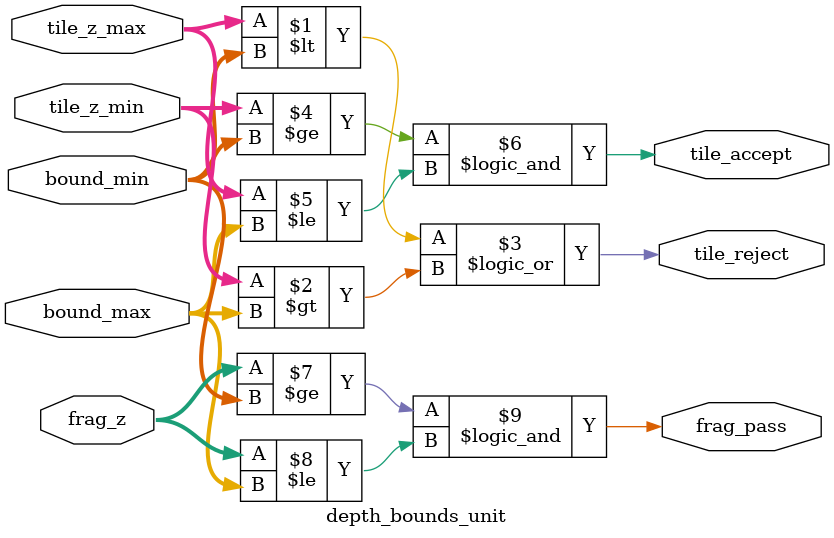
<source format=v>
module depth_bounds_unit #(
  parameter WIDTH = 24
)(
  input  wire [WIDTH-1:0] tile_z_min, // tile min Z metadata
  input  wire [WIDTH-1:0] tile_z_max, // tile max Z metadata
  input  wire [WIDTH-1:0] bound_min,  // draw-level min bound
  input  wire [WIDTH-1:0] bound_max,  // draw-level max bound
  input  wire [WIDTH-1:0] frag_z,     // per-fragment Z
  output wire              tile_reject,
  output wire              tile_accept,
  output wire              frag_pass      // per-fragment bounds pass
);
  // full-tile decisions (Equation \ref{eq:bounds})
  assign tile_reject = (tile_z_max < bound_min) || (tile_z_min > bound_max);
  assign tile_accept = (tile_z_min >= bound_min) && (tile_z_max <= bound_max);
  // per-fragment compare executed when tile inconclusive
  assign frag_pass = (frag_z >= bound_min) && (frag_z <= bound_max);
endmodule
</source>
